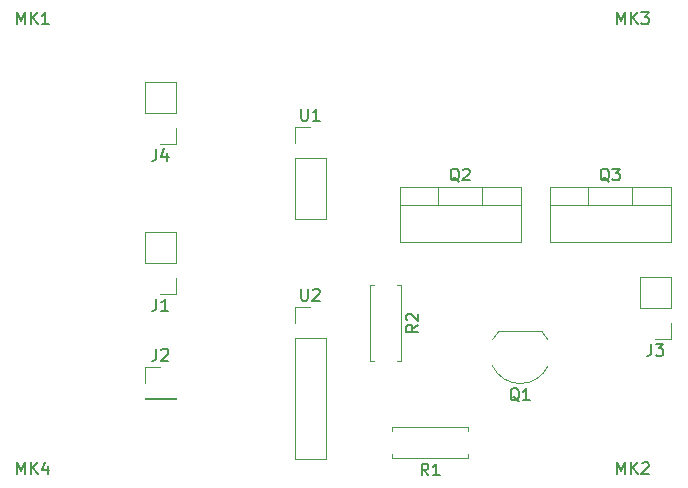
<source format=gbr>
G04 #@! TF.GenerationSoftware,KiCad,Pcbnew,5.0.0-fee4fd1~65~ubuntu17.10.1*
G04 #@! TF.CreationDate,2018-12-28T18:32:25-05:00*
G04 #@! TF.ProjectId,resetter,72657365747465722E6B696361645F70,rev?*
G04 #@! TF.SameCoordinates,Original*
G04 #@! TF.FileFunction,Legend,Top*
G04 #@! TF.FilePolarity,Positive*
%FSLAX46Y46*%
G04 Gerber Fmt 4.6, Leading zero omitted, Abs format (unit mm)*
G04 Created by KiCad (PCBNEW 5.0.0-fee4fd1~65~ubuntu17.10.1) date Fri Dec 28 18:32:25 2018*
%MOMM*%
%LPD*%
G01*
G04 APERTURE LIST*
%ADD10C,0.120000*%
%ADD11C,0.150000*%
G04 APERTURE END LIST*
D10*
G04 #@! TO.C,J1*
X57845000Y-49907500D02*
X56515000Y-49907500D01*
X57845000Y-48577500D02*
X57845000Y-49907500D01*
X57845000Y-47307500D02*
X55185000Y-47307500D01*
X55185000Y-47307500D02*
X55185000Y-44707500D01*
X57845000Y-47307500D02*
X57845000Y-44707500D01*
X57845000Y-44707500D02*
X55185000Y-44707500D01*
G04 #@! TO.C,J2*
X55185000Y-56137500D02*
X56515000Y-56137500D01*
X55185000Y-57467500D02*
X55185000Y-56137500D01*
X55185000Y-58737500D02*
X57845000Y-58737500D01*
X57845000Y-58737500D02*
X57845000Y-58797500D01*
X55185000Y-58737500D02*
X55185000Y-58797500D01*
X55185000Y-58797500D02*
X57845000Y-58797500D01*
G04 #@! TO.C,J3*
X99755000Y-48517500D02*
X97095000Y-48517500D01*
X99755000Y-51117500D02*
X99755000Y-48517500D01*
X97095000Y-51117500D02*
X97095000Y-48517500D01*
X99755000Y-51117500D02*
X97095000Y-51117500D01*
X99755000Y-52387500D02*
X99755000Y-53717500D01*
X99755000Y-53717500D02*
X98425000Y-53717500D01*
G04 #@! TO.C,J4*
X57845000Y-37207500D02*
X56515000Y-37207500D01*
X57845000Y-35877500D02*
X57845000Y-37207500D01*
X57845000Y-34607500D02*
X55185000Y-34607500D01*
X55185000Y-34607500D02*
X55185000Y-32007500D01*
X57845000Y-34607500D02*
X57845000Y-32007500D01*
X57845000Y-32007500D02*
X55185000Y-32007500D01*
G04 #@! TO.C,Q2*
X83766000Y-40877500D02*
X83766000Y-42387500D01*
X80065000Y-40877500D02*
X80065000Y-42387500D01*
X76795000Y-42387500D02*
X87035000Y-42387500D01*
X87035000Y-40877500D02*
X87035000Y-45518500D01*
X76795000Y-40877500D02*
X76795000Y-45518500D01*
X76795000Y-45518500D02*
X87035000Y-45518500D01*
X76795000Y-40877500D02*
X87035000Y-40877500D01*
G04 #@! TO.C,Q3*
X89495000Y-40877500D02*
X99735000Y-40877500D01*
X89495000Y-45518500D02*
X99735000Y-45518500D01*
X89495000Y-40877500D02*
X89495000Y-45518500D01*
X99735000Y-40877500D02*
X99735000Y-45518500D01*
X89495000Y-42387500D02*
X99735000Y-42387500D01*
X92765000Y-40877500D02*
X92765000Y-42387500D01*
X96466000Y-40877500D02*
X96466000Y-42387500D01*
G04 #@! TO.C,R1*
X76165000Y-61237500D02*
X76165000Y-61567500D01*
X82585000Y-61237500D02*
X76165000Y-61237500D01*
X82585000Y-61567500D02*
X82585000Y-61237500D01*
X76165000Y-63857500D02*
X76165000Y-63527500D01*
X82585000Y-63857500D02*
X76165000Y-63857500D01*
X82585000Y-63527500D02*
X82585000Y-63857500D01*
G04 #@! TO.C,R2*
X76545000Y-49177500D02*
X76875000Y-49177500D01*
X76875000Y-49177500D02*
X76875000Y-55597500D01*
X76875000Y-55597500D02*
X76545000Y-55597500D01*
X74585000Y-49177500D02*
X74255000Y-49177500D01*
X74255000Y-49177500D02*
X74255000Y-55597500D01*
X74255000Y-55597500D02*
X74585000Y-55597500D01*
G04 #@! TO.C,U1*
X67885000Y-35817500D02*
X69215000Y-35817500D01*
X67885000Y-37147500D02*
X67885000Y-35817500D01*
X67885000Y-38417500D02*
X70545000Y-38417500D01*
X70545000Y-38417500D02*
X70545000Y-43557500D01*
X67885000Y-38417500D02*
X67885000Y-43557500D01*
X67885000Y-43557500D02*
X70545000Y-43557500D01*
G04 #@! TO.C,U2*
X67885000Y-51057500D02*
X69215000Y-51057500D01*
X67885000Y-52387500D02*
X67885000Y-51057500D01*
X67885000Y-53657500D02*
X70545000Y-53657500D01*
X70545000Y-53657500D02*
X70545000Y-63877500D01*
X67885000Y-53657500D02*
X67885000Y-63877500D01*
X67885000Y-63877500D02*
X70545000Y-63877500D01*
G04 #@! TO.C,Q1*
X84670816Y-53804705D02*
G75*
G02X85195000Y-53077500I2324184J-1122795D01*
G01*
X84638600Y-56026307D02*
G75*
G03X86995000Y-57527500I2356400J1098807D01*
G01*
X89351400Y-56026307D02*
G75*
G02X86995000Y-57527500I-2356400J1098807D01*
G01*
X89319184Y-53804705D02*
G75*
G03X88795000Y-53077500I-2324184J-1122795D01*
G01*
X88795000Y-53077500D02*
X85195000Y-53077500D01*
G04 #@! TO.C,J1*
D11*
X56181666Y-50359880D02*
X56181666Y-51074166D01*
X56134047Y-51217023D01*
X56038809Y-51312261D01*
X55895952Y-51359880D01*
X55800714Y-51359880D01*
X57181666Y-51359880D02*
X56610238Y-51359880D01*
X56895952Y-51359880D02*
X56895952Y-50359880D01*
X56800714Y-50502738D01*
X56705476Y-50597976D01*
X56610238Y-50645595D01*
G04 #@! TO.C,J2*
X56181666Y-54589880D02*
X56181666Y-55304166D01*
X56134047Y-55447023D01*
X56038809Y-55542261D01*
X55895952Y-55589880D01*
X55800714Y-55589880D01*
X56610238Y-54685119D02*
X56657857Y-54637500D01*
X56753095Y-54589880D01*
X56991190Y-54589880D01*
X57086428Y-54637500D01*
X57134047Y-54685119D01*
X57181666Y-54780357D01*
X57181666Y-54875595D01*
X57134047Y-55018452D01*
X56562619Y-55589880D01*
X57181666Y-55589880D01*
G04 #@! TO.C,J3*
X98091666Y-54169880D02*
X98091666Y-54884166D01*
X98044047Y-55027023D01*
X97948809Y-55122261D01*
X97805952Y-55169880D01*
X97710714Y-55169880D01*
X98472619Y-54169880D02*
X99091666Y-54169880D01*
X98758333Y-54550833D01*
X98901190Y-54550833D01*
X98996428Y-54598452D01*
X99044047Y-54646071D01*
X99091666Y-54741309D01*
X99091666Y-54979404D01*
X99044047Y-55074642D01*
X98996428Y-55122261D01*
X98901190Y-55169880D01*
X98615476Y-55169880D01*
X98520238Y-55122261D01*
X98472619Y-55074642D01*
G04 #@! TO.C,J4*
X56181666Y-37659880D02*
X56181666Y-38374166D01*
X56134047Y-38517023D01*
X56038809Y-38612261D01*
X55895952Y-38659880D01*
X55800714Y-38659880D01*
X57086428Y-37993214D02*
X57086428Y-38659880D01*
X56848333Y-37612261D02*
X56610238Y-38326547D01*
X57229285Y-38326547D01*
G04 #@! TO.C,Q2*
X81819761Y-40425119D02*
X81724523Y-40377500D01*
X81629285Y-40282261D01*
X81486428Y-40139404D01*
X81391190Y-40091785D01*
X81295952Y-40091785D01*
X81343571Y-40329880D02*
X81248333Y-40282261D01*
X81153095Y-40187023D01*
X81105476Y-39996547D01*
X81105476Y-39663214D01*
X81153095Y-39472738D01*
X81248333Y-39377500D01*
X81343571Y-39329880D01*
X81534047Y-39329880D01*
X81629285Y-39377500D01*
X81724523Y-39472738D01*
X81772142Y-39663214D01*
X81772142Y-39996547D01*
X81724523Y-40187023D01*
X81629285Y-40282261D01*
X81534047Y-40329880D01*
X81343571Y-40329880D01*
X82153095Y-39425119D02*
X82200714Y-39377500D01*
X82295952Y-39329880D01*
X82534047Y-39329880D01*
X82629285Y-39377500D01*
X82676904Y-39425119D01*
X82724523Y-39520357D01*
X82724523Y-39615595D01*
X82676904Y-39758452D01*
X82105476Y-40329880D01*
X82724523Y-40329880D01*
G04 #@! TO.C,Q3*
X94519761Y-40425119D02*
X94424523Y-40377500D01*
X94329285Y-40282261D01*
X94186428Y-40139404D01*
X94091190Y-40091785D01*
X93995952Y-40091785D01*
X94043571Y-40329880D02*
X93948333Y-40282261D01*
X93853095Y-40187023D01*
X93805476Y-39996547D01*
X93805476Y-39663214D01*
X93853095Y-39472738D01*
X93948333Y-39377500D01*
X94043571Y-39329880D01*
X94234047Y-39329880D01*
X94329285Y-39377500D01*
X94424523Y-39472738D01*
X94472142Y-39663214D01*
X94472142Y-39996547D01*
X94424523Y-40187023D01*
X94329285Y-40282261D01*
X94234047Y-40329880D01*
X94043571Y-40329880D01*
X94805476Y-39329880D02*
X95424523Y-39329880D01*
X95091190Y-39710833D01*
X95234047Y-39710833D01*
X95329285Y-39758452D01*
X95376904Y-39806071D01*
X95424523Y-39901309D01*
X95424523Y-40139404D01*
X95376904Y-40234642D01*
X95329285Y-40282261D01*
X95234047Y-40329880D01*
X94948333Y-40329880D01*
X94853095Y-40282261D01*
X94805476Y-40234642D01*
G04 #@! TO.C,R1*
X79208333Y-65309880D02*
X78875000Y-64833690D01*
X78636904Y-65309880D02*
X78636904Y-64309880D01*
X79017857Y-64309880D01*
X79113095Y-64357500D01*
X79160714Y-64405119D01*
X79208333Y-64500357D01*
X79208333Y-64643214D01*
X79160714Y-64738452D01*
X79113095Y-64786071D01*
X79017857Y-64833690D01*
X78636904Y-64833690D01*
X80160714Y-65309880D02*
X79589285Y-65309880D01*
X79875000Y-65309880D02*
X79875000Y-64309880D01*
X79779761Y-64452738D01*
X79684523Y-64547976D01*
X79589285Y-64595595D01*
G04 #@! TO.C,R2*
X78327380Y-52554166D02*
X77851190Y-52887500D01*
X78327380Y-53125595D02*
X77327380Y-53125595D01*
X77327380Y-52744642D01*
X77375000Y-52649404D01*
X77422619Y-52601785D01*
X77517857Y-52554166D01*
X77660714Y-52554166D01*
X77755952Y-52601785D01*
X77803571Y-52649404D01*
X77851190Y-52744642D01*
X77851190Y-53125595D01*
X77422619Y-52173214D02*
X77375000Y-52125595D01*
X77327380Y-52030357D01*
X77327380Y-51792261D01*
X77375000Y-51697023D01*
X77422619Y-51649404D01*
X77517857Y-51601785D01*
X77613095Y-51601785D01*
X77755952Y-51649404D01*
X78327380Y-52220833D01*
X78327380Y-51601785D01*
G04 #@! TO.C,U1*
X68453095Y-34269880D02*
X68453095Y-35079404D01*
X68500714Y-35174642D01*
X68548333Y-35222261D01*
X68643571Y-35269880D01*
X68834047Y-35269880D01*
X68929285Y-35222261D01*
X68976904Y-35174642D01*
X69024523Y-35079404D01*
X69024523Y-34269880D01*
X70024523Y-35269880D02*
X69453095Y-35269880D01*
X69738809Y-35269880D02*
X69738809Y-34269880D01*
X69643571Y-34412738D01*
X69548333Y-34507976D01*
X69453095Y-34555595D01*
G04 #@! TO.C,U2*
X68453095Y-49509880D02*
X68453095Y-50319404D01*
X68500714Y-50414642D01*
X68548333Y-50462261D01*
X68643571Y-50509880D01*
X68834047Y-50509880D01*
X68929285Y-50462261D01*
X68976904Y-50414642D01*
X69024523Y-50319404D01*
X69024523Y-49509880D01*
X69453095Y-49605119D02*
X69500714Y-49557500D01*
X69595952Y-49509880D01*
X69834047Y-49509880D01*
X69929285Y-49557500D01*
X69976904Y-49605119D01*
X70024523Y-49700357D01*
X70024523Y-49795595D01*
X69976904Y-49938452D01*
X69405476Y-50509880D01*
X70024523Y-50509880D01*
G04 #@! TO.C,Q1*
X86899761Y-59035119D02*
X86804523Y-58987500D01*
X86709285Y-58892261D01*
X86566428Y-58749404D01*
X86471190Y-58701785D01*
X86375952Y-58701785D01*
X86423571Y-58939880D02*
X86328333Y-58892261D01*
X86233095Y-58797023D01*
X86185476Y-58606547D01*
X86185476Y-58273214D01*
X86233095Y-58082738D01*
X86328333Y-57987500D01*
X86423571Y-57939880D01*
X86614047Y-57939880D01*
X86709285Y-57987500D01*
X86804523Y-58082738D01*
X86852142Y-58273214D01*
X86852142Y-58606547D01*
X86804523Y-58797023D01*
X86709285Y-58892261D01*
X86614047Y-58939880D01*
X86423571Y-58939880D01*
X87804523Y-58939880D02*
X87233095Y-58939880D01*
X87518809Y-58939880D02*
X87518809Y-57939880D01*
X87423571Y-58082738D01*
X87328333Y-58177976D01*
X87233095Y-58225595D01*
G04 #@! TO.C,MK1*
X44410476Y-27097380D02*
X44410476Y-26097380D01*
X44743809Y-26811666D01*
X45077142Y-26097380D01*
X45077142Y-27097380D01*
X45553333Y-27097380D02*
X45553333Y-26097380D01*
X46124761Y-27097380D02*
X45696190Y-26525952D01*
X46124761Y-26097380D02*
X45553333Y-26668809D01*
X47077142Y-27097380D02*
X46505714Y-27097380D01*
X46791428Y-27097380D02*
X46791428Y-26097380D01*
X46696190Y-26240238D01*
X46600952Y-26335476D01*
X46505714Y-26383095D01*
G04 #@! TO.C,MK2*
X95210476Y-65197380D02*
X95210476Y-64197380D01*
X95543809Y-64911666D01*
X95877142Y-64197380D01*
X95877142Y-65197380D01*
X96353333Y-65197380D02*
X96353333Y-64197380D01*
X96924761Y-65197380D02*
X96496190Y-64625952D01*
X96924761Y-64197380D02*
X96353333Y-64768809D01*
X97305714Y-64292619D02*
X97353333Y-64245000D01*
X97448571Y-64197380D01*
X97686666Y-64197380D01*
X97781904Y-64245000D01*
X97829523Y-64292619D01*
X97877142Y-64387857D01*
X97877142Y-64483095D01*
X97829523Y-64625952D01*
X97258095Y-65197380D01*
X97877142Y-65197380D01*
G04 #@! TO.C,MK3*
X95210476Y-27097380D02*
X95210476Y-26097380D01*
X95543809Y-26811666D01*
X95877142Y-26097380D01*
X95877142Y-27097380D01*
X96353333Y-27097380D02*
X96353333Y-26097380D01*
X96924761Y-27097380D02*
X96496190Y-26525952D01*
X96924761Y-26097380D02*
X96353333Y-26668809D01*
X97258095Y-26097380D02*
X97877142Y-26097380D01*
X97543809Y-26478333D01*
X97686666Y-26478333D01*
X97781904Y-26525952D01*
X97829523Y-26573571D01*
X97877142Y-26668809D01*
X97877142Y-26906904D01*
X97829523Y-27002142D01*
X97781904Y-27049761D01*
X97686666Y-27097380D01*
X97400952Y-27097380D01*
X97305714Y-27049761D01*
X97258095Y-27002142D01*
G04 #@! TO.C,MK4*
X44410476Y-65197380D02*
X44410476Y-64197380D01*
X44743809Y-64911666D01*
X45077142Y-64197380D01*
X45077142Y-65197380D01*
X45553333Y-65197380D02*
X45553333Y-64197380D01*
X46124761Y-65197380D02*
X45696190Y-64625952D01*
X46124761Y-64197380D02*
X45553333Y-64768809D01*
X46981904Y-64530714D02*
X46981904Y-65197380D01*
X46743809Y-64149761D02*
X46505714Y-64864047D01*
X47124761Y-64864047D01*
G04 #@! TD*
M02*

</source>
